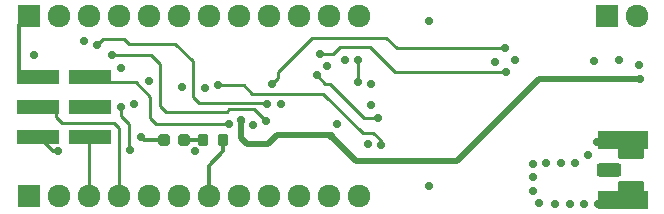
<source format=gbl>
G04 DipTrace 4.3.0.1*
G04 LoRa_4808.gbl*
%MOIN*%
G04 #@! TF.FileFunction,Copper,L4,Bot*
G04 #@! TF.Part,Single*
%AMOUTLINE36*
4,1,28,
0.009053,-0.020276,
-0.009057,-0.020275,
-0.011503,-0.019953,
-0.013781,-0.019008,
-0.015738,-0.017507,
-0.017239,-0.01555,
-0.018183,-0.013271,
-0.018505,-0.010825,
-0.018503,0.010828,
-0.018181,0.013274,
-0.017237,0.015553,
-0.015735,0.01751,
-0.013778,0.019011,
-0.011499,0.019955,
-0.009053,0.020276,
0.009057,0.020275,
0.011503,0.019953,
0.013781,0.019008,
0.015738,0.017507,
0.017239,0.01555,
0.018183,0.013271,
0.018505,0.010825,
0.018503,-0.010828,
0.018181,-0.013274,
0.017237,-0.015553,
0.015735,-0.01751,
0.013778,-0.019011,
0.011499,-0.019955,
0.009053,-0.020276,
0*%
%AMOUTLINE39*
4,1,28,
-0.009053,0.020276,
0.009057,0.020275,
0.011503,0.019953,
0.013781,0.019008,
0.015738,0.017507,
0.017239,0.01555,
0.018183,0.013271,
0.018505,0.010825,
0.018503,-0.010828,
0.018181,-0.013274,
0.017237,-0.015553,
0.015735,-0.01751,
0.013778,-0.019011,
0.011499,-0.019955,
0.009053,-0.020276,
-0.009057,-0.020275,
-0.011503,-0.019953,
-0.013781,-0.019008,
-0.015738,-0.017507,
-0.017239,-0.01555,
-0.018183,-0.013271,
-0.018505,-0.010825,
-0.018503,0.010828,
-0.018181,0.013274,
-0.017237,0.015553,
-0.015735,0.01751,
-0.013778,0.019011,
-0.011499,0.019955,
-0.009053,0.020276,
0*%
%AMOUTLINE42*
4,1,28,
-0.031,0.022499,
0.031,0.022501,
0.033329,0.022194,
0.0355,0.021295,
0.037364,0.019865,
0.038794,0.018001,
0.039693,0.01583,
0.04,0.013501,
0.04,-0.013499,
0.039694,-0.015828,
0.038795,-0.017999,
0.037364,-0.019863,
0.0355,-0.021293,
0.03333,-0.022193,
0.031,-0.022499,
-0.031,-0.022501,
-0.033329,-0.022194,
-0.0355,-0.021295,
-0.037364,-0.019865,
-0.038794,-0.018001,
-0.039693,-0.01583,
-0.04,-0.013501,
-0.04,0.013499,
-0.039694,0.015828,
-0.038795,0.017999,
-0.037364,0.019863,
-0.0355,0.021293,
-0.03333,0.022193,
-0.031,0.022499,
0*%
%AMOUTLINE45*
4,1,28,
-0.035308,0.019999,
0.035307,0.020001,
0.037377,0.019728,
0.039307,0.018929,
0.040964,0.017658,
0.042235,0.016001,
0.043034,0.014072,
0.043307,0.012001,
0.043307,-0.011999,
0.043035,-0.01407,
0.042236,-0.015999,
0.040964,-0.017656,
0.039308,-0.018927,
0.037378,-0.019727,
0.035308,-0.019999,
-0.035307,-0.020001,
-0.037377,-0.019728,
-0.039307,-0.018929,
-0.040964,-0.017658,
-0.042235,-0.016001,
-0.043034,-0.014072,
-0.043307,-0.012001,
-0.043307,0.011999,
-0.043035,0.01407,
-0.042236,0.015999,
-0.040964,0.017656,
-0.039308,0.018927,
-0.037378,0.019727,
-0.035308,0.019999,
0*%
%AMOUTLINE54*
4,1,28,
0.008465,-0.021063,
-0.008465,-0.021063,
-0.010604,-0.020781,
-0.012598,-0.019955,
-0.014311,-0.018641,
-0.015625,-0.016929,
-0.016451,-0.014935,
-0.016732,-0.012795,
-0.016732,0.012795,
-0.016451,0.014935,
-0.015625,0.016929,
-0.014311,0.018641,
-0.012598,0.019955,
-0.010604,0.020781,
-0.008465,0.021063,
0.008465,0.021063,
0.010604,0.020781,
0.012598,0.019955,
0.014311,0.018641,
0.015625,0.016929,
0.016451,0.014935,
0.016732,0.012795,
0.016732,-0.012795,
0.016451,-0.014935,
0.015625,-0.016929,
0.014311,-0.018641,
0.012598,-0.019955,
0.010604,-0.020781,
0.008465,-0.021063,
0*%
%AMOUTLINE57*
4,1,28,
-0.008465,0.021063,
0.008465,0.021063,
0.010604,0.020781,
0.012598,0.019955,
0.014311,0.018641,
0.015625,0.016929,
0.016451,0.014935,
0.016732,0.012795,
0.016732,-0.012795,
0.016451,-0.014935,
0.015625,-0.016929,
0.014311,-0.018641,
0.012598,-0.019955,
0.010604,-0.020781,
0.008465,-0.021063,
-0.008465,-0.021063,
-0.010604,-0.020781,
-0.012598,-0.019955,
-0.014311,-0.018641,
-0.015625,-0.016929,
-0.016451,-0.014935,
-0.016732,-0.012795,
-0.016732,0.012795,
-0.016451,0.014935,
-0.015625,0.016929,
-0.014311,0.018641,
-0.012598,0.019955,
-0.010604,0.020781,
-0.008465,0.021063,
0*%
G04 #@! TA.AperFunction,Conductor*
%ADD16C,0.01*%
%ADD17C,0.012992*%
%ADD19C,0.019685*%
G04 #@! TA.AperFunction,ComponentPad*
%ADD28C,0.05*%
%ADD29R,0.17X0.06*%
G04 #@! TA.AperFunction,ComponentPad*
%ADD30R,0.075591X0.075591*%
%ADD31C,0.075591*%
%ADD32R,0.144882X0.05*%
G04 #@! TA.AperFunction,ViaPad*
%ADD37C,0.028622*%
%ADD104OUTLINE36*%
%ADD107OUTLINE39*%
%ADD110OUTLINE42*%
%ADD113OUTLINE45*%
%ADD122OUTLINE54*%
%ADD125OUTLINE57*%
%FSLAX26Y26*%
G04*
G70*
G90*
G75*
G01*
G04 Bottom*
%LPD*%
X670866Y70883D2*
D17*
Y171965D1*
X719820Y220919D1*
Y257583D1*
X523755Y257587D2*
X455012D1*
X444882Y267717D1*
X169291Y220472D2*
X153543D1*
X105520Y268496D1*
X100797D1*
X864173Y375984D2*
D16*
X858268Y381890D1*
X637795D1*
X618110Y401575D1*
Y519685D1*
X559055Y578740D1*
X405512D1*
X389764Y594488D1*
X318898D1*
X299213Y574803D1*
X590290Y257581D2*
D17*
X653285D1*
Y257585D1*
X1043307Y543307D2*
D16*
X1086614D1*
X1110236Y566929D1*
X1208661D1*
X1291339Y484252D1*
X1661417D1*
X881890Y444882D2*
X901575Y464567D1*
Y484252D1*
X1015748Y598425D1*
X1263780D1*
X1299213Y562992D1*
X1657480D1*
X1169291Y448819D2*
Y523622D1*
X702756Y440945D2*
X787402D1*
X816929Y411417D1*
X1053150D1*
X1185039Y279528D1*
X1220472D1*
X1244094Y255906D1*
Y240157D1*
X1031496Y472441D2*
X1059055Y444882D1*
X1074803D1*
X1188976Y330709D1*
X1236220D1*
X377953Y366142D2*
Y338583D1*
X405512Y311024D1*
Y228346D1*
X409449Y224409D1*
X374016Y74024D2*
X370866Y70874D1*
X100791Y368496D2*
X147252D1*
X161417Y354331D1*
Y334646D1*
X181102Y314961D1*
X354331D1*
X370866Y298425D1*
Y70874D1*
X862205Y318898D2*
X821654Y359449D1*
X740551D1*
X731496Y350394D1*
X529087D1*
X507874Y371606D1*
Y511811D1*
X480315Y539370D1*
X350394D1*
X275591Y98425D2*
Y75596D1*
X270866Y70871D1*
X275600Y268504D2*
D17*
X286614D1*
X295276Y259843D1*
X270866Y70871D2*
D16*
Y263770D1*
X275600Y268504D1*
X275591Y468504D2*
X318898D1*
X338583Y448819D1*
X429134D1*
X476378Y401575D1*
Y330709D1*
X496063Y311024D1*
X740157D1*
X1078740Y271654D2*
D19*
X1163386Y187008D1*
X1498031D1*
X1771654Y460630D1*
X2110236D1*
X779546Y322816D2*
D17*
X784449Y317913D1*
X779546Y322816D2*
D19*
Y263761D1*
X799213Y244094D1*
X870079D1*
X899606Y273622D1*
X1076772D1*
X1078740Y271654D1*
X100787Y468496D2*
D17*
X59063D1*
X39370Y488189D1*
Y639369D1*
X70866Y670866D1*
D37*
X864173Y375984D3*
X299213Y574803D3*
X1043307Y543307D3*
X1661417Y484252D3*
X881890Y444882D3*
X1657480Y562992D3*
X1169291Y448819D3*
Y523622D3*
X702756Y440945D3*
X1244094Y240157D3*
X1031496Y472441D3*
X1236220Y330709D3*
D3*
X377953Y366142D3*
X409449Y224409D3*
X862205Y318898D3*
X350394Y539370D3*
X740157Y311024D3*
X1078740Y271654D3*
X2110236Y460630D3*
X779546Y322816D3*
D3*
X1078740Y271654D3*
X582677Y433071D3*
X421260Y377953D3*
X1937008Y208661D3*
X444882Y267717D3*
X818898Y307087D3*
X1405512Y653543D3*
Y102362D3*
X1956693Y519685D3*
X2039370Y523622D3*
X625984Y220472D3*
X90551Y539370D3*
X1098425Y311024D3*
X1212598Y444882D3*
X1066929Y503937D3*
X1125984Y523622D3*
X657480Y429134D3*
X913386Y377953D3*
X2106299Y507874D3*
X1692913Y523622D3*
X1212598Y374016D3*
X255906Y586614D3*
X377953Y496063D3*
X472441Y452756D3*
X1751969Y177165D3*
Y133858D3*
Y86614D3*
X1771654Y47244D3*
X1826772Y43307D3*
X1921260D3*
X1968504D3*
X1795276Y181102D3*
X1846457D3*
X2118110Y248031D3*
X2062992Y251969D3*
X2011811D3*
X1893701Y181102D3*
X1964567Y251969D3*
X2011811Y43307D3*
X2062992D3*
X2122047D3*
X1874016D3*
X1200787Y244094D3*
X1625984Y515748D3*
X169291Y220472D3*
D104*
X523755Y257587D3*
D107*
X590290Y257581D3*
D110*
X2003937Y157479D3*
D28*
X1988543D3*
D113*
X2077442Y99607D3*
X2077440Y215355D3*
D29*
X2052735Y257480D3*
X2052740Y57480D3*
D30*
X70866Y70866D3*
D31*
X170866Y70869D3*
X270866Y70872D3*
X370866Y70875D3*
X470866Y70877D3*
X570866Y70880D3*
X670866Y70883D3*
X770866Y70886D3*
X870866Y70889D3*
X970866Y70892D3*
X1070866Y70895D3*
X1170866Y70898D3*
D32*
X275590Y468504D3*
X275595Y368504D3*
X275600Y268504D3*
X100796Y268496D3*
X100792Y368496D3*
X100787Y468496D3*
D30*
X70866Y670866D3*
D31*
X170866Y670869D3*
X270866Y670872D3*
X370866Y670875D3*
X470866Y670877D3*
X570866Y670880D3*
X670866Y670883D3*
X770866Y670886D3*
X870866Y670889D3*
X970866Y670892D3*
X1070866Y670895D3*
X1170866Y670898D3*
D30*
X2000000Y670866D3*
D31*
X2100000D3*
D122*
X653285Y257586D3*
D125*
X719820Y257582D3*
M02*

</source>
